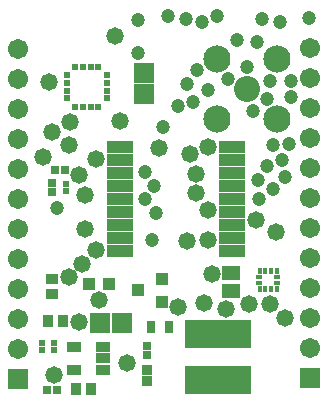
<source format=gts>
G04*
G04 #@! TF.GenerationSoftware,Altium Limited,Altium Designer,19.1.8 (144)*
G04*
G04 Layer_Color=8388736*
%FSLAX25Y25*%
%MOIN*%
G70*
G01*
G75*
%ADD22R,0.03937X0.03937*%
%ADD40R,0.22453X0.09265*%
%ADD41R,0.05131X0.03359*%
%ADD42R,0.04343X0.03950*%
%ADD43R,0.03162X0.03950*%
%ADD44R,0.03359X0.03556*%
%ADD45R,0.02572X0.02769*%
%ADD46R,0.03162X0.02965*%
%ADD47R,0.03753X0.04147*%
%ADD48R,0.02060X0.02217*%
%ADD49R,0.05918X0.04737*%
%ADD50R,0.06706X0.06902*%
%ADD51R,0.06902X0.06706*%
%ADD52R,0.02847X0.03005*%
%ADD53R,0.02729X0.02847*%
%ADD54R,0.03556X0.04147*%
%ADD55R,0.08674X0.03950*%
%ADD56R,0.04147X0.03556*%
%ADD57R,0.02362X0.01968*%
%ADD58R,0.01968X0.02362*%
%ADD59R,0.01784X0.01883*%
%ADD60R,0.01883X0.01784*%
%ADD61C,0.06706*%
%ADD62R,0.06706X0.06706*%
%ADD63C,0.09068*%
%ADD64C,0.08674*%
%ADD65C,0.05800*%
%ADD66C,0.04737*%
D22*
X30307Y38131D02*
D03*
X37000D02*
D03*
D40*
X73064Y6421D02*
D03*
Y21579D02*
D03*
D41*
X25276Y17240D02*
D03*
Y9760D02*
D03*
X34724D02*
D03*
Y13500D02*
D03*
Y17240D02*
D03*
D42*
X54437Y39871D02*
D03*
Y32391D02*
D03*
X46563Y36131D02*
D03*
D43*
X56709Y24000D02*
D03*
X51000D02*
D03*
D44*
X49500Y5822D02*
D03*
Y9562D02*
D03*
D45*
Y17453D02*
D03*
Y14500D02*
D03*
D46*
X19673Y3000D02*
D03*
X16327D02*
D03*
D47*
X26039Y3247D02*
D03*
X30961D02*
D03*
D48*
X14500Y16398D02*
D03*
Y18602D02*
D03*
X18500Y16398D02*
D03*
Y18602D02*
D03*
X22500Y71500D02*
D03*
Y69295D02*
D03*
D49*
X77500Y41953D02*
D03*
Y36047D02*
D03*
D50*
X41043Y25245D02*
D03*
X33957D02*
D03*
D51*
X48500Y108543D02*
D03*
Y101457D02*
D03*
D52*
X18000Y71992D02*
D03*
Y69000D02*
D03*
D53*
X22094Y76418D02*
D03*
X18905D02*
D03*
D54*
X21461Y26000D02*
D03*
X16539D02*
D03*
D55*
X40520Y49238D02*
D03*
Y53569D02*
D03*
Y57900D02*
D03*
Y62230D02*
D03*
Y66561D02*
D03*
Y70892D02*
D03*
Y75222D02*
D03*
Y79553D02*
D03*
Y83884D02*
D03*
X78000Y49238D02*
D03*
Y53569D02*
D03*
Y57900D02*
D03*
Y62230D02*
D03*
Y66561D02*
D03*
Y70892D02*
D03*
Y75222D02*
D03*
Y79553D02*
D03*
Y83884D02*
D03*
D56*
X18000Y35039D02*
D03*
Y39961D02*
D03*
D57*
X22807Y100161D02*
D03*
Y102720D02*
D03*
Y105280D02*
D03*
Y107839D02*
D03*
X36193D02*
D03*
Y105280D02*
D03*
Y102720D02*
D03*
Y100161D02*
D03*
D58*
X25661Y97307D02*
D03*
X28220D02*
D03*
X30780D02*
D03*
X33339D02*
D03*
Y110693D02*
D03*
X30780D02*
D03*
X28220D02*
D03*
X25661D02*
D03*
D59*
X92953Y36498D02*
D03*
X90984D02*
D03*
X89016D02*
D03*
X87047D02*
D03*
Y42502D02*
D03*
X89016D02*
D03*
X90984D02*
D03*
X92953D02*
D03*
D60*
X86998Y38515D02*
D03*
Y40484D02*
D03*
X93002D02*
D03*
Y38515D02*
D03*
D61*
X6500Y116500D02*
D03*
Y106500D02*
D03*
Y96500D02*
D03*
Y86500D02*
D03*
Y76500D02*
D03*
Y66500D02*
D03*
Y56500D02*
D03*
Y46500D02*
D03*
Y36500D02*
D03*
Y26500D02*
D03*
Y16500D02*
D03*
X104000Y117000D02*
D03*
Y107000D02*
D03*
Y97000D02*
D03*
Y87000D02*
D03*
Y77000D02*
D03*
Y67000D02*
D03*
Y57000D02*
D03*
Y47000D02*
D03*
Y37000D02*
D03*
Y27000D02*
D03*
Y17000D02*
D03*
D62*
X6500Y6500D02*
D03*
X104000Y7000D02*
D03*
D63*
X92980Y93153D02*
D03*
X72979D02*
D03*
Y113153D02*
D03*
X92980D02*
D03*
D64*
X82980Y103153D02*
D03*
D65*
X28000Y45000D02*
D03*
X23500Y40500D02*
D03*
X83500Y31500D02*
D03*
X66000Y68500D02*
D03*
X76000Y30000D02*
D03*
X32500Y49500D02*
D03*
X70000Y84000D02*
D03*
X29000Y56500D02*
D03*
X70000Y63000D02*
D03*
X64000Y81500D02*
D03*
X15000Y80500D02*
D03*
X66000Y75000D02*
D03*
X32500Y80000D02*
D03*
X68500Y32000D02*
D03*
X70000Y53000D02*
D03*
X40500Y92500D02*
D03*
X27000Y74500D02*
D03*
X63000Y52500D02*
D03*
X27000Y25500D02*
D03*
X53500Y83500D02*
D03*
X18500Y8000D02*
D03*
X90500Y31500D02*
D03*
X43000Y12000D02*
D03*
X71062Y41500D02*
D03*
X23500Y84500D02*
D03*
X18000Y89000D02*
D03*
X24000Y92264D02*
D03*
X60000Y30500D02*
D03*
X86000Y59500D02*
D03*
X29000Y68000D02*
D03*
X33500Y33000D02*
D03*
X39000Y121000D02*
D03*
X17000Y105500D02*
D03*
X92500Y55500D02*
D03*
X95500Y27000D02*
D03*
D66*
X76500Y106500D02*
D03*
X46563Y126153D02*
D03*
X19500Y63500D02*
D03*
X46606Y115319D02*
D03*
X56500Y127500D02*
D03*
X103500Y127000D02*
D03*
X62429Y126605D02*
D03*
X87976Y126724D02*
D03*
X93925Y125537D02*
D03*
X60000Y97500D02*
D03*
X67942Y125523D02*
D03*
X72805Y127554D02*
D03*
X65000Y99000D02*
D03*
X86340Y118796D02*
D03*
X79500Y119500D02*
D03*
X87000Y66500D02*
D03*
X51192Y53095D02*
D03*
X54736Y90760D02*
D03*
X63000Y105000D02*
D03*
X66072Y109619D02*
D03*
X97482Y106110D02*
D03*
X97610Y100475D02*
D03*
X97000Y85000D02*
D03*
X95500Y74000D02*
D03*
X91500Y70000D02*
D03*
X70000Y103000D02*
D03*
X94500Y79500D02*
D03*
X86500Y73000D02*
D03*
X49000Y66500D02*
D03*
Y75500D02*
D03*
X90500Y106000D02*
D03*
X89500Y100000D02*
D03*
X85000Y96000D02*
D03*
X91500Y84500D02*
D03*
X89500Y77500D02*
D03*
X52500Y62000D02*
D03*
X52000Y71000D02*
D03*
X83000Y110500D02*
D03*
M02*

</source>
